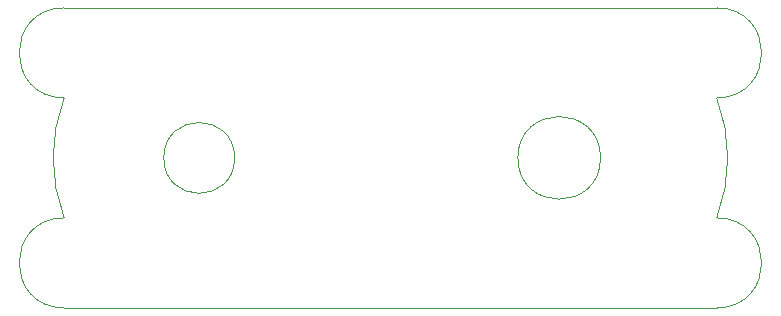
<source format=gbr>
%TF.GenerationSoftware,KiCad,Pcbnew,(5.99.0-11163-g08fb05e522)*%
%TF.CreationDate,2021-11-19T20:45:56+01:00*%
%TF.ProjectId,pumpBoard,70756d70-426f-4617-9264-2e6b69636164,rev?*%
%TF.SameCoordinates,Original*%
%TF.FileFunction,Profile,NP*%
%FSLAX46Y46*%
G04 Gerber Fmt 4.6, Leading zero omitted, Abs format (unit mm)*
G04 Created by KiCad (PCBNEW (5.99.0-11163-g08fb05e522)) date 2021-11-19 20:45:56*
%MOMM*%
%LPD*%
G01*
G04 APERTURE LIST*
%TA.AperFunction,Profile*%
%ADD10C,0.100000*%
%TD*%
%TA.AperFunction,Profile*%
%ADD11C,0.120000*%
%TD*%
G04 APERTURE END LIST*
D10*
X180975000Y-83820000D02*
X125730000Y-83820000D01*
X125730000Y-91440000D02*
G75*
G03*
X125730000Y-101600000I13335000J-5080000D01*
G01*
X180975000Y-109220000D02*
G75*
G03*
X180975000Y-101600000I0J3810000D01*
G01*
X125730000Y-109220000D02*
G75*
G02*
X125730000Y-101600000I0J3810000D01*
G01*
X125730000Y-109220000D02*
X180975000Y-109220000D01*
X180975000Y-83820000D02*
G75*
G02*
X180975000Y-91440000I0J-3810000D01*
G01*
X180975000Y-101600000D02*
G75*
G03*
X180975000Y-91440000I-13335000J5080000D01*
G01*
X125730000Y-83820000D02*
G75*
G03*
X125730000Y-91440000I0J-3810000D01*
G01*
D11*
%TO.C,J4*%
X171140000Y-96520000D02*
G75*
G03*
X171140000Y-96520000I-3500000J0D01*
G01*
%TO.C,J3*%
X140160000Y-96520000D02*
G75*
G03*
X140160000Y-96520000I-3000000J0D01*
G01*
%TD*%
M02*

</source>
